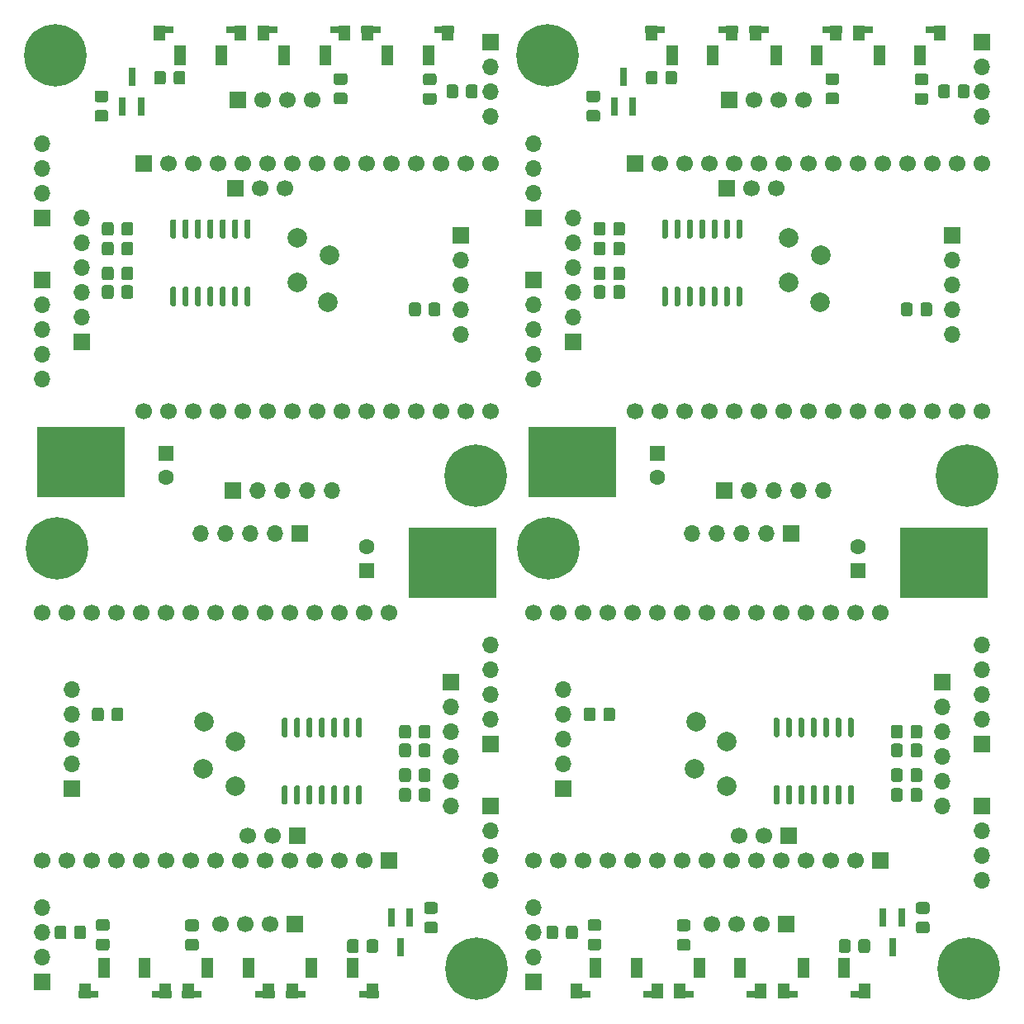
<source format=gbr>
G04 #@! TF.GenerationSoftware,KiCad,Pcbnew,5.1.9-1.fc33*
G04 #@! TF.CreationDate,2021-04-02T23:42:05+02:00*
G04 #@! TF.ProjectId,neOSensorv5_panelized,6e654f53-656e-4736-9f72-76355f70616e,rev?*
G04 #@! TF.SameCoordinates,Original*
G04 #@! TF.FileFunction,Soldermask,Bot*
G04 #@! TF.FilePolarity,Negative*
%FSLAX46Y46*%
G04 Gerber Fmt 4.6, Leading zero omitted, Abs format (unit mm)*
G04 Created by KiCad (PCBNEW 5.1.9-1.fc33) date 2021-04-02 23:42:05*
%MOMM*%
%LPD*%
G01*
G04 APERTURE LIST*
%ADD10C,0.100000*%
%ADD11R,1.200000X2.000000*%
%ADD12R,1.270000X1.524000*%
%ADD13R,2.000000X0.800000*%
%ADD14R,1.700000X1.700000*%
%ADD15O,1.700000X1.700000*%
%ADD16C,2.000000*%
%ADD17R,0.800000X1.900000*%
%ADD18C,1.700000*%
%ADD19R,1.600000X1.600000*%
%ADD20C,1.600000*%
%ADD21C,6.400000*%
G04 APERTURE END LIST*
D10*
G36*
X73660000Y-84074000D02*
G01*
X64770000Y-84074000D01*
X64770000Y-76962000D01*
X73660000Y-76962000D01*
X73660000Y-84074000D01*
G37*
X73660000Y-84074000D02*
X64770000Y-84074000D01*
X64770000Y-76962000D01*
X73660000Y-76962000D01*
X73660000Y-84074000D01*
G36*
X124079000Y-84074000D02*
G01*
X115189000Y-84074000D01*
X115189000Y-76962000D01*
X124079000Y-76962000D01*
X124079000Y-84074000D01*
G37*
X124079000Y-84074000D02*
X115189000Y-84074000D01*
X115189000Y-76962000D01*
X124079000Y-76962000D01*
X124079000Y-84074000D01*
G36*
X85979000Y-73787000D02*
G01*
X77089000Y-73787000D01*
X77089000Y-66675000D01*
X85979000Y-66675000D01*
X85979000Y-73787000D01*
G37*
X85979000Y-73787000D02*
X77089000Y-73787000D01*
X77089000Y-66675000D01*
X85979000Y-66675000D01*
X85979000Y-73787000D01*
G36*
X35560000Y-73787000D02*
G01*
X26670000Y-73787000D01*
X26670000Y-66675000D01*
X35560000Y-66675000D01*
X35560000Y-73787000D01*
G37*
X35560000Y-73787000D02*
X26670000Y-73787000D01*
X26670000Y-66675000D01*
X35560000Y-66675000D01*
X35560000Y-73787000D01*
G04 #@! TO.C,R13*
G36*
G01*
X67005000Y-101911999D02*
X67005000Y-102812001D01*
G75*
G02*
X66755001Y-103062000I-249999J0D01*
G01*
X66054999Y-103062000D01*
G75*
G02*
X65805000Y-102812001I0J249999D01*
G01*
X65805000Y-101911999D01*
G75*
G02*
X66054999Y-101662000I249999J0D01*
G01*
X66755001Y-101662000D01*
G75*
G02*
X67005000Y-101911999I0J-249999D01*
G01*
G37*
G36*
G01*
X65005000Y-101911999D02*
X65005000Y-102812001D01*
G75*
G02*
X64755001Y-103062000I-249999J0D01*
G01*
X64054999Y-103062000D01*
G75*
G02*
X63805000Y-102812001I0J249999D01*
G01*
X63805000Y-101911999D01*
G75*
G02*
X64054999Y-101662000I249999J0D01*
G01*
X64755001Y-101662000D01*
G75*
G02*
X65005000Y-101911999I0J-249999D01*
G01*
G37*
G04 #@! TD*
G04 #@! TO.C,R2*
G36*
G01*
X61655000Y-119437999D02*
X61655000Y-120338001D01*
G75*
G02*
X61405001Y-120588000I-249999J0D01*
G01*
X60704999Y-120588000D01*
G75*
G02*
X60455000Y-120338001I0J249999D01*
G01*
X60455000Y-119437999D01*
G75*
G02*
X60704999Y-119188000I249999J0D01*
G01*
X61405001Y-119188000D01*
G75*
G02*
X61655000Y-119437999I0J-249999D01*
G01*
G37*
G36*
G01*
X59655000Y-119437999D02*
X59655000Y-120338001D01*
G75*
G02*
X59405001Y-120588000I-249999J0D01*
G01*
X58704999Y-120588000D01*
G75*
G02*
X58455000Y-120338001I0J249999D01*
G01*
X58455000Y-119437999D01*
G75*
G02*
X58704999Y-119188000I249999J0D01*
G01*
X59405001Y-119188000D01*
G75*
G02*
X59655000Y-119437999I0J-249999D01*
G01*
G37*
G04 #@! TD*
D11*
G04 #@! TO.C,SW1*
X58996000Y-122155000D03*
X54796000Y-122155000D03*
D12*
X61087000Y-124460000D03*
D13*
X60706000Y-124841000D03*
D12*
X52832000Y-124460000D03*
D13*
X53213000Y-124841000D03*
G04 #@! TD*
D14*
G04 #@! TO.C,J4*
X53594000Y-77597000D03*
D15*
X51054000Y-77597000D03*
X48514000Y-77597000D03*
X45974000Y-77597000D03*
X43434000Y-77597000D03*
G04 #@! TD*
D14*
G04 #@! TO.C,J5*
X30226000Y-103759000D03*
D15*
X30226000Y-101219000D03*
X30226000Y-98679000D03*
X30226000Y-96139000D03*
X30226000Y-93599000D03*
G04 #@! TD*
D16*
G04 #@! TO.C,TP4*
X46990000Y-98933000D03*
G04 #@! TD*
G04 #@! TO.C,U5*
G36*
G01*
X51920000Y-96481500D02*
X52220000Y-96481500D01*
G75*
G02*
X52370000Y-96631500I0J-150000D01*
G01*
X52370000Y-98306500D01*
G75*
G02*
X52220000Y-98456500I-150000J0D01*
G01*
X51920000Y-98456500D01*
G75*
G02*
X51770000Y-98306500I0J150000D01*
G01*
X51770000Y-96631500D01*
G75*
G02*
X51920000Y-96481500I150000J0D01*
G01*
G37*
G36*
G01*
X53190000Y-96481500D02*
X53490000Y-96481500D01*
G75*
G02*
X53640000Y-96631500I0J-150000D01*
G01*
X53640000Y-98306500D01*
G75*
G02*
X53490000Y-98456500I-150000J0D01*
G01*
X53190000Y-98456500D01*
G75*
G02*
X53040000Y-98306500I0J150000D01*
G01*
X53040000Y-96631500D01*
G75*
G02*
X53190000Y-96481500I150000J0D01*
G01*
G37*
G36*
G01*
X54460000Y-96481500D02*
X54760000Y-96481500D01*
G75*
G02*
X54910000Y-96631500I0J-150000D01*
G01*
X54910000Y-98306500D01*
G75*
G02*
X54760000Y-98456500I-150000J0D01*
G01*
X54460000Y-98456500D01*
G75*
G02*
X54310000Y-98306500I0J150000D01*
G01*
X54310000Y-96631500D01*
G75*
G02*
X54460000Y-96481500I150000J0D01*
G01*
G37*
G36*
G01*
X55730000Y-96481500D02*
X56030000Y-96481500D01*
G75*
G02*
X56180000Y-96631500I0J-150000D01*
G01*
X56180000Y-98306500D01*
G75*
G02*
X56030000Y-98456500I-150000J0D01*
G01*
X55730000Y-98456500D01*
G75*
G02*
X55580000Y-98306500I0J150000D01*
G01*
X55580000Y-96631500D01*
G75*
G02*
X55730000Y-96481500I150000J0D01*
G01*
G37*
G36*
G01*
X57000000Y-96481500D02*
X57300000Y-96481500D01*
G75*
G02*
X57450000Y-96631500I0J-150000D01*
G01*
X57450000Y-98306500D01*
G75*
G02*
X57300000Y-98456500I-150000J0D01*
G01*
X57000000Y-98456500D01*
G75*
G02*
X56850000Y-98306500I0J150000D01*
G01*
X56850000Y-96631500D01*
G75*
G02*
X57000000Y-96481500I150000J0D01*
G01*
G37*
G36*
G01*
X58270000Y-96481500D02*
X58570000Y-96481500D01*
G75*
G02*
X58720000Y-96631500I0J-150000D01*
G01*
X58720000Y-98306500D01*
G75*
G02*
X58570000Y-98456500I-150000J0D01*
G01*
X58270000Y-98456500D01*
G75*
G02*
X58120000Y-98306500I0J150000D01*
G01*
X58120000Y-96631500D01*
G75*
G02*
X58270000Y-96481500I150000J0D01*
G01*
G37*
G36*
G01*
X59540000Y-96481500D02*
X59840000Y-96481500D01*
G75*
G02*
X59990000Y-96631500I0J-150000D01*
G01*
X59990000Y-98306500D01*
G75*
G02*
X59840000Y-98456500I-150000J0D01*
G01*
X59540000Y-98456500D01*
G75*
G02*
X59390000Y-98306500I0J150000D01*
G01*
X59390000Y-96631500D01*
G75*
G02*
X59540000Y-96481500I150000J0D01*
G01*
G37*
G36*
G01*
X59540000Y-103406500D02*
X59840000Y-103406500D01*
G75*
G02*
X59990000Y-103556500I0J-150000D01*
G01*
X59990000Y-105231500D01*
G75*
G02*
X59840000Y-105381500I-150000J0D01*
G01*
X59540000Y-105381500D01*
G75*
G02*
X59390000Y-105231500I0J150000D01*
G01*
X59390000Y-103556500D01*
G75*
G02*
X59540000Y-103406500I150000J0D01*
G01*
G37*
G36*
G01*
X58270000Y-103406500D02*
X58570000Y-103406500D01*
G75*
G02*
X58720000Y-103556500I0J-150000D01*
G01*
X58720000Y-105231500D01*
G75*
G02*
X58570000Y-105381500I-150000J0D01*
G01*
X58270000Y-105381500D01*
G75*
G02*
X58120000Y-105231500I0J150000D01*
G01*
X58120000Y-103556500D01*
G75*
G02*
X58270000Y-103406500I150000J0D01*
G01*
G37*
G36*
G01*
X57000000Y-103406500D02*
X57300000Y-103406500D01*
G75*
G02*
X57450000Y-103556500I0J-150000D01*
G01*
X57450000Y-105231500D01*
G75*
G02*
X57300000Y-105381500I-150000J0D01*
G01*
X57000000Y-105381500D01*
G75*
G02*
X56850000Y-105231500I0J150000D01*
G01*
X56850000Y-103556500D01*
G75*
G02*
X57000000Y-103406500I150000J0D01*
G01*
G37*
G36*
G01*
X55730000Y-103406500D02*
X56030000Y-103406500D01*
G75*
G02*
X56180000Y-103556500I0J-150000D01*
G01*
X56180000Y-105231500D01*
G75*
G02*
X56030000Y-105381500I-150000J0D01*
G01*
X55730000Y-105381500D01*
G75*
G02*
X55580000Y-105231500I0J150000D01*
G01*
X55580000Y-103556500D01*
G75*
G02*
X55730000Y-103406500I150000J0D01*
G01*
G37*
G36*
G01*
X54460000Y-103406500D02*
X54760000Y-103406500D01*
G75*
G02*
X54910000Y-103556500I0J-150000D01*
G01*
X54910000Y-105231500D01*
G75*
G02*
X54760000Y-105381500I-150000J0D01*
G01*
X54460000Y-105381500D01*
G75*
G02*
X54310000Y-105231500I0J150000D01*
G01*
X54310000Y-103556500D01*
G75*
G02*
X54460000Y-103406500I150000J0D01*
G01*
G37*
G36*
G01*
X53190000Y-103406500D02*
X53490000Y-103406500D01*
G75*
G02*
X53640000Y-103556500I0J-150000D01*
G01*
X53640000Y-105231500D01*
G75*
G02*
X53490000Y-105381500I-150000J0D01*
G01*
X53190000Y-105381500D01*
G75*
G02*
X53040000Y-105231500I0J150000D01*
G01*
X53040000Y-103556500D01*
G75*
G02*
X53190000Y-103406500I150000J0D01*
G01*
G37*
G36*
G01*
X51920000Y-103406500D02*
X52220000Y-103406500D01*
G75*
G02*
X52370000Y-103556500I0J-150000D01*
G01*
X52370000Y-105231500D01*
G75*
G02*
X52220000Y-105381500I-150000J0D01*
G01*
X51920000Y-105381500D01*
G75*
G02*
X51770000Y-105231500I0J150000D01*
G01*
X51770000Y-103556500D01*
G75*
G02*
X51920000Y-103406500I150000J0D01*
G01*
G37*
G04 #@! TD*
D17*
G04 #@! TO.C,Q1*
X62992000Y-116967000D03*
X64892000Y-116967000D03*
X63942000Y-119967000D03*
G04 #@! TD*
D16*
G04 #@! TO.C,TP5*
X43688000Y-101727000D03*
G04 #@! TD*
D14*
G04 #@! TO.C,J6*
X69088000Y-92837000D03*
D15*
X69088000Y-95377000D03*
X69088000Y-97917000D03*
X69088000Y-100457000D03*
X69088000Y-102997000D03*
X69088000Y-105537000D03*
G04 #@! TD*
D14*
G04 #@! TO.C,J3*
X73152000Y-99187000D03*
D15*
X73152000Y-96647000D03*
X73152000Y-94107000D03*
X73152000Y-91567000D03*
X73152000Y-89027000D03*
G04 #@! TD*
G04 #@! TO.C,R5*
G36*
G01*
X32309000Y-96589001D02*
X32309000Y-95688999D01*
G75*
G02*
X32558999Y-95439000I249999J0D01*
G01*
X33259001Y-95439000D01*
G75*
G02*
X33509000Y-95688999I0J-249999D01*
G01*
X33509000Y-96589001D01*
G75*
G02*
X33259001Y-96839000I-249999J0D01*
G01*
X32558999Y-96839000D01*
G75*
G02*
X32309000Y-96589001I0J249999D01*
G01*
G37*
G36*
G01*
X34309000Y-96589001D02*
X34309000Y-95688999D01*
G75*
G02*
X34558999Y-95439000I249999J0D01*
G01*
X35259001Y-95439000D01*
G75*
G02*
X35509000Y-95688999I0J-249999D01*
G01*
X35509000Y-96589001D01*
G75*
G02*
X35259001Y-96839000I-249999J0D01*
G01*
X34558999Y-96839000D01*
G75*
G02*
X34309000Y-96589001I0J249999D01*
G01*
G37*
G04 #@! TD*
D16*
G04 #@! TO.C,TP6*
X46990000Y-103505000D03*
G04 #@! TD*
D14*
G04 #@! TO.C,U2*
X53086000Y-117602000D03*
D18*
X50546000Y-117602000D03*
X48006000Y-117602000D03*
X45466000Y-117602000D03*
G04 #@! TD*
G04 #@! TO.C,R1*
G36*
G01*
X67506001Y-118583000D02*
X66605999Y-118583000D01*
G75*
G02*
X66356000Y-118333001I0J249999D01*
G01*
X66356000Y-117632999D01*
G75*
G02*
X66605999Y-117383000I249999J0D01*
G01*
X67506001Y-117383000D01*
G75*
G02*
X67756000Y-117632999I0J-249999D01*
G01*
X67756000Y-118333001D01*
G75*
G02*
X67506001Y-118583000I-249999J0D01*
G01*
G37*
G36*
G01*
X67506001Y-116583000D02*
X66605999Y-116583000D01*
G75*
G02*
X66356000Y-116333001I0J249999D01*
G01*
X66356000Y-115632999D01*
G75*
G02*
X66605999Y-115383000I249999J0D01*
G01*
X67506001Y-115383000D01*
G75*
G02*
X67756000Y-115632999I0J-249999D01*
G01*
X67756000Y-116333001D01*
G75*
G02*
X67506001Y-116583000I-249999J0D01*
G01*
G37*
G04 #@! TD*
G04 #@! TO.C,R18*
G36*
G01*
X67005000Y-99371999D02*
X67005000Y-100272001D01*
G75*
G02*
X66755001Y-100522000I-249999J0D01*
G01*
X66054999Y-100522000D01*
G75*
G02*
X65805000Y-100272001I0J249999D01*
G01*
X65805000Y-99371999D01*
G75*
G02*
X66054999Y-99122000I249999J0D01*
G01*
X66755001Y-99122000D01*
G75*
G02*
X67005000Y-99371999I0J-249999D01*
G01*
G37*
G36*
G01*
X65005000Y-99371999D02*
X65005000Y-100272001D01*
G75*
G02*
X64755001Y-100522000I-249999J0D01*
G01*
X64054999Y-100522000D01*
G75*
G02*
X63805000Y-100272001I0J249999D01*
G01*
X63805000Y-99371999D01*
G75*
G02*
X64054999Y-99122000I249999J0D01*
G01*
X64755001Y-99122000D01*
G75*
G02*
X65005000Y-99371999I0J-249999D01*
G01*
G37*
G04 #@! TD*
D16*
G04 #@! TO.C,TP3*
X43815000Y-96901000D03*
G04 #@! TD*
D19*
G04 #@! TO.C,C2*
X60452000Y-81407000D03*
D20*
X60452000Y-78907000D03*
G04 #@! TD*
D14*
G04 #@! TO.C,J2*
X27178000Y-123571000D03*
D15*
X27178000Y-121031000D03*
X27178000Y-118491000D03*
X27178000Y-115951000D03*
G04 #@! TD*
D21*
G04 #@! TO.C,H2*
X28702000Y-79121000D03*
G04 #@! TD*
D14*
G04 #@! TO.C,U1*
X53340000Y-108585000D03*
D18*
X50800000Y-108585000D03*
X48260000Y-108585000D03*
G04 #@! TD*
G04 #@! TO.C,C5*
G36*
G01*
X32950999Y-117129000D02*
X33851001Y-117129000D01*
G75*
G02*
X34101000Y-117378999I0J-249999D01*
G01*
X34101000Y-118079001D01*
G75*
G02*
X33851001Y-118329000I-249999J0D01*
G01*
X32950999Y-118329000D01*
G75*
G02*
X32701000Y-118079001I0J249999D01*
G01*
X32701000Y-117378999D01*
G75*
G02*
X32950999Y-117129000I249999J0D01*
G01*
G37*
G36*
G01*
X32950999Y-119129000D02*
X33851001Y-119129000D01*
G75*
G02*
X34101000Y-119378999I0J-249999D01*
G01*
X34101000Y-120079001D01*
G75*
G02*
X33851001Y-120329000I-249999J0D01*
G01*
X32950999Y-120329000D01*
G75*
G02*
X32701000Y-120079001I0J249999D01*
G01*
X32701000Y-119378999D01*
G75*
G02*
X32950999Y-119129000I249999J0D01*
G01*
G37*
G04 #@! TD*
G04 #@! TO.C,R15*
G36*
G01*
X67005000Y-97466999D02*
X67005000Y-98367001D01*
G75*
G02*
X66755001Y-98617000I-249999J0D01*
G01*
X66054999Y-98617000D01*
G75*
G02*
X65805000Y-98367001I0J249999D01*
G01*
X65805000Y-97466999D01*
G75*
G02*
X66054999Y-97217000I249999J0D01*
G01*
X66755001Y-97217000D01*
G75*
G02*
X67005000Y-97466999I0J-249999D01*
G01*
G37*
G36*
G01*
X65005000Y-97466999D02*
X65005000Y-98367001D01*
G75*
G02*
X64755001Y-98617000I-249999J0D01*
G01*
X64054999Y-98617000D01*
G75*
G02*
X63805000Y-98367001I0J249999D01*
G01*
X63805000Y-97466999D01*
G75*
G02*
X64054999Y-97217000I249999J0D01*
G01*
X64755001Y-97217000D01*
G75*
G02*
X65005000Y-97466999I0J-249999D01*
G01*
G37*
G04 #@! TD*
D11*
G04 #@! TO.C,SW2*
X48328000Y-122155000D03*
X44128000Y-122155000D03*
D12*
X50419000Y-124460000D03*
D13*
X50038000Y-124841000D03*
D12*
X42164000Y-124460000D03*
D13*
X42545000Y-124841000D03*
G04 #@! TD*
D11*
G04 #@! TO.C,SW3*
X37719000Y-122155000D03*
X33519000Y-122155000D03*
D12*
X39810000Y-124460000D03*
D13*
X39429000Y-124841000D03*
D12*
X31555000Y-124460000D03*
D13*
X31936000Y-124841000D03*
G04 #@! TD*
G04 #@! TO.C,R14*
G36*
G01*
X67005000Y-103943999D02*
X67005000Y-104844001D01*
G75*
G02*
X66755001Y-105094000I-249999J0D01*
G01*
X66054999Y-105094000D01*
G75*
G02*
X65805000Y-104844001I0J249999D01*
G01*
X65805000Y-103943999D01*
G75*
G02*
X66054999Y-103694000I249999J0D01*
G01*
X66755001Y-103694000D01*
G75*
G02*
X67005000Y-103943999I0J-249999D01*
G01*
G37*
G36*
G01*
X65005000Y-103943999D02*
X65005000Y-104844001D01*
G75*
G02*
X64755001Y-105094000I-249999J0D01*
G01*
X64054999Y-105094000D01*
G75*
G02*
X63805000Y-104844001I0J249999D01*
G01*
X63805000Y-103943999D01*
G75*
G02*
X64054999Y-103694000I249999J0D01*
G01*
X64755001Y-103694000D01*
G75*
G02*
X65005000Y-103943999I0J-249999D01*
G01*
G37*
G04 #@! TD*
G04 #@! TO.C,R7*
G36*
G01*
X42995001Y-120361000D02*
X42094999Y-120361000D01*
G75*
G02*
X41845000Y-120111001I0J249999D01*
G01*
X41845000Y-119410999D01*
G75*
G02*
X42094999Y-119161000I249999J0D01*
G01*
X42995001Y-119161000D01*
G75*
G02*
X43245000Y-119410999I0J-249999D01*
G01*
X43245000Y-120111001D01*
G75*
G02*
X42995001Y-120361000I-249999J0D01*
G01*
G37*
G36*
G01*
X42995001Y-118361000D02*
X42094999Y-118361000D01*
G75*
G02*
X41845000Y-118111001I0J249999D01*
G01*
X41845000Y-117410999D01*
G75*
G02*
X42094999Y-117161000I249999J0D01*
G01*
X42995001Y-117161000D01*
G75*
G02*
X43245000Y-117410999I0J-249999D01*
G01*
X43245000Y-118111001D01*
G75*
G02*
X42995001Y-118361000I-249999J0D01*
G01*
G37*
G04 #@! TD*
D14*
G04 #@! TO.C,J1*
X73152000Y-105537000D03*
D15*
X73152000Y-108077000D03*
X73152000Y-110617000D03*
X73152000Y-113157000D03*
G04 #@! TD*
D14*
G04 #@! TO.C,U3*
X62738000Y-111125000D03*
D18*
X60198000Y-111125000D03*
X57658000Y-111125000D03*
X55118000Y-111125000D03*
X52578000Y-111125000D03*
X50038000Y-111125000D03*
X47498000Y-111125000D03*
X44958000Y-111125000D03*
X42418000Y-111125000D03*
X39878000Y-111125000D03*
X37338000Y-111125000D03*
X34798000Y-111125000D03*
X32258000Y-111125000D03*
X29718000Y-111125000D03*
X27178000Y-111125000D03*
X27178000Y-85725000D03*
X29718000Y-85725000D03*
X32258000Y-85725000D03*
X34798000Y-85725000D03*
X37338000Y-85725000D03*
X39878000Y-85725000D03*
X42418000Y-85725000D03*
X44958000Y-85725000D03*
X47498000Y-85725000D03*
X50038000Y-85725000D03*
X52578000Y-85725000D03*
X55118000Y-85725000D03*
X57658000Y-85725000D03*
X60198000Y-85725000D03*
X62738000Y-85725000D03*
G04 #@! TD*
G04 #@! TO.C,R4*
G36*
G01*
X28483000Y-118941001D02*
X28483000Y-118040999D01*
G75*
G02*
X28732999Y-117791000I249999J0D01*
G01*
X29433001Y-117791000D01*
G75*
G02*
X29683000Y-118040999I0J-249999D01*
G01*
X29683000Y-118941001D01*
G75*
G02*
X29433001Y-119191000I-249999J0D01*
G01*
X28732999Y-119191000D01*
G75*
G02*
X28483000Y-118941001I0J249999D01*
G01*
G37*
G36*
G01*
X30483000Y-118941001D02*
X30483000Y-118040999D01*
G75*
G02*
X30732999Y-117791000I249999J0D01*
G01*
X31433001Y-117791000D01*
G75*
G02*
X31683000Y-118040999I0J-249999D01*
G01*
X31683000Y-118941001D01*
G75*
G02*
X31433001Y-119191000I-249999J0D01*
G01*
X30732999Y-119191000D01*
G75*
G02*
X30483000Y-118941001I0J249999D01*
G01*
G37*
G04 #@! TD*
D21*
G04 #@! TO.C,H1*
X71755000Y-122174000D03*
G04 #@! TD*
D18*
G04 #@! TO.C,U1*
X98679000Y-108585000D03*
X101219000Y-108585000D03*
D14*
X103759000Y-108585000D03*
G04 #@! TD*
G04 #@! TO.C,C5*
G36*
G01*
X83369999Y-119129000D02*
X84270001Y-119129000D01*
G75*
G02*
X84520000Y-119378999I0J-249999D01*
G01*
X84520000Y-120079001D01*
G75*
G02*
X84270001Y-120329000I-249999J0D01*
G01*
X83369999Y-120329000D01*
G75*
G02*
X83120000Y-120079001I0J249999D01*
G01*
X83120000Y-119378999D01*
G75*
G02*
X83369999Y-119129000I249999J0D01*
G01*
G37*
G36*
G01*
X83369999Y-117129000D02*
X84270001Y-117129000D01*
G75*
G02*
X84520000Y-117378999I0J-249999D01*
G01*
X84520000Y-118079001D01*
G75*
G02*
X84270001Y-118329000I-249999J0D01*
G01*
X83369999Y-118329000D01*
G75*
G02*
X83120000Y-118079001I0J249999D01*
G01*
X83120000Y-117378999D01*
G75*
G02*
X83369999Y-117129000I249999J0D01*
G01*
G37*
G04 #@! TD*
G04 #@! TO.C,U5*
G36*
G01*
X102339000Y-103406500D02*
X102639000Y-103406500D01*
G75*
G02*
X102789000Y-103556500I0J-150000D01*
G01*
X102789000Y-105231500D01*
G75*
G02*
X102639000Y-105381500I-150000J0D01*
G01*
X102339000Y-105381500D01*
G75*
G02*
X102189000Y-105231500I0J150000D01*
G01*
X102189000Y-103556500D01*
G75*
G02*
X102339000Y-103406500I150000J0D01*
G01*
G37*
G36*
G01*
X103609000Y-103406500D02*
X103909000Y-103406500D01*
G75*
G02*
X104059000Y-103556500I0J-150000D01*
G01*
X104059000Y-105231500D01*
G75*
G02*
X103909000Y-105381500I-150000J0D01*
G01*
X103609000Y-105381500D01*
G75*
G02*
X103459000Y-105231500I0J150000D01*
G01*
X103459000Y-103556500D01*
G75*
G02*
X103609000Y-103406500I150000J0D01*
G01*
G37*
G36*
G01*
X104879000Y-103406500D02*
X105179000Y-103406500D01*
G75*
G02*
X105329000Y-103556500I0J-150000D01*
G01*
X105329000Y-105231500D01*
G75*
G02*
X105179000Y-105381500I-150000J0D01*
G01*
X104879000Y-105381500D01*
G75*
G02*
X104729000Y-105231500I0J150000D01*
G01*
X104729000Y-103556500D01*
G75*
G02*
X104879000Y-103406500I150000J0D01*
G01*
G37*
G36*
G01*
X106149000Y-103406500D02*
X106449000Y-103406500D01*
G75*
G02*
X106599000Y-103556500I0J-150000D01*
G01*
X106599000Y-105231500D01*
G75*
G02*
X106449000Y-105381500I-150000J0D01*
G01*
X106149000Y-105381500D01*
G75*
G02*
X105999000Y-105231500I0J150000D01*
G01*
X105999000Y-103556500D01*
G75*
G02*
X106149000Y-103406500I150000J0D01*
G01*
G37*
G36*
G01*
X107419000Y-103406500D02*
X107719000Y-103406500D01*
G75*
G02*
X107869000Y-103556500I0J-150000D01*
G01*
X107869000Y-105231500D01*
G75*
G02*
X107719000Y-105381500I-150000J0D01*
G01*
X107419000Y-105381500D01*
G75*
G02*
X107269000Y-105231500I0J150000D01*
G01*
X107269000Y-103556500D01*
G75*
G02*
X107419000Y-103406500I150000J0D01*
G01*
G37*
G36*
G01*
X108689000Y-103406500D02*
X108989000Y-103406500D01*
G75*
G02*
X109139000Y-103556500I0J-150000D01*
G01*
X109139000Y-105231500D01*
G75*
G02*
X108989000Y-105381500I-150000J0D01*
G01*
X108689000Y-105381500D01*
G75*
G02*
X108539000Y-105231500I0J150000D01*
G01*
X108539000Y-103556500D01*
G75*
G02*
X108689000Y-103406500I150000J0D01*
G01*
G37*
G36*
G01*
X109959000Y-103406500D02*
X110259000Y-103406500D01*
G75*
G02*
X110409000Y-103556500I0J-150000D01*
G01*
X110409000Y-105231500D01*
G75*
G02*
X110259000Y-105381500I-150000J0D01*
G01*
X109959000Y-105381500D01*
G75*
G02*
X109809000Y-105231500I0J150000D01*
G01*
X109809000Y-103556500D01*
G75*
G02*
X109959000Y-103406500I150000J0D01*
G01*
G37*
G36*
G01*
X109959000Y-96481500D02*
X110259000Y-96481500D01*
G75*
G02*
X110409000Y-96631500I0J-150000D01*
G01*
X110409000Y-98306500D01*
G75*
G02*
X110259000Y-98456500I-150000J0D01*
G01*
X109959000Y-98456500D01*
G75*
G02*
X109809000Y-98306500I0J150000D01*
G01*
X109809000Y-96631500D01*
G75*
G02*
X109959000Y-96481500I150000J0D01*
G01*
G37*
G36*
G01*
X108689000Y-96481500D02*
X108989000Y-96481500D01*
G75*
G02*
X109139000Y-96631500I0J-150000D01*
G01*
X109139000Y-98306500D01*
G75*
G02*
X108989000Y-98456500I-150000J0D01*
G01*
X108689000Y-98456500D01*
G75*
G02*
X108539000Y-98306500I0J150000D01*
G01*
X108539000Y-96631500D01*
G75*
G02*
X108689000Y-96481500I150000J0D01*
G01*
G37*
G36*
G01*
X107419000Y-96481500D02*
X107719000Y-96481500D01*
G75*
G02*
X107869000Y-96631500I0J-150000D01*
G01*
X107869000Y-98306500D01*
G75*
G02*
X107719000Y-98456500I-150000J0D01*
G01*
X107419000Y-98456500D01*
G75*
G02*
X107269000Y-98306500I0J150000D01*
G01*
X107269000Y-96631500D01*
G75*
G02*
X107419000Y-96481500I150000J0D01*
G01*
G37*
G36*
G01*
X106149000Y-96481500D02*
X106449000Y-96481500D01*
G75*
G02*
X106599000Y-96631500I0J-150000D01*
G01*
X106599000Y-98306500D01*
G75*
G02*
X106449000Y-98456500I-150000J0D01*
G01*
X106149000Y-98456500D01*
G75*
G02*
X105999000Y-98306500I0J150000D01*
G01*
X105999000Y-96631500D01*
G75*
G02*
X106149000Y-96481500I150000J0D01*
G01*
G37*
G36*
G01*
X104879000Y-96481500D02*
X105179000Y-96481500D01*
G75*
G02*
X105329000Y-96631500I0J-150000D01*
G01*
X105329000Y-98306500D01*
G75*
G02*
X105179000Y-98456500I-150000J0D01*
G01*
X104879000Y-98456500D01*
G75*
G02*
X104729000Y-98306500I0J150000D01*
G01*
X104729000Y-96631500D01*
G75*
G02*
X104879000Y-96481500I150000J0D01*
G01*
G37*
G36*
G01*
X103609000Y-96481500D02*
X103909000Y-96481500D01*
G75*
G02*
X104059000Y-96631500I0J-150000D01*
G01*
X104059000Y-98306500D01*
G75*
G02*
X103909000Y-98456500I-150000J0D01*
G01*
X103609000Y-98456500D01*
G75*
G02*
X103459000Y-98306500I0J150000D01*
G01*
X103459000Y-96631500D01*
G75*
G02*
X103609000Y-96481500I150000J0D01*
G01*
G37*
G36*
G01*
X102339000Y-96481500D02*
X102639000Y-96481500D01*
G75*
G02*
X102789000Y-96631500I0J-150000D01*
G01*
X102789000Y-98306500D01*
G75*
G02*
X102639000Y-98456500I-150000J0D01*
G01*
X102339000Y-98456500D01*
G75*
G02*
X102189000Y-98306500I0J150000D01*
G01*
X102189000Y-96631500D01*
G75*
G02*
X102339000Y-96481500I150000J0D01*
G01*
G37*
G04 #@! TD*
D17*
G04 #@! TO.C,Q1*
X114361000Y-119967000D03*
X115311000Y-116967000D03*
X113411000Y-116967000D03*
G04 #@! TD*
D16*
G04 #@! TO.C,TP5*
X94107000Y-101727000D03*
G04 #@! TD*
G04 #@! TO.C,R5*
G36*
G01*
X84728000Y-96589001D02*
X84728000Y-95688999D01*
G75*
G02*
X84977999Y-95439000I249999J0D01*
G01*
X85678001Y-95439000D01*
G75*
G02*
X85928000Y-95688999I0J-249999D01*
G01*
X85928000Y-96589001D01*
G75*
G02*
X85678001Y-96839000I-249999J0D01*
G01*
X84977999Y-96839000D01*
G75*
G02*
X84728000Y-96589001I0J249999D01*
G01*
G37*
G36*
G01*
X82728000Y-96589001D02*
X82728000Y-95688999D01*
G75*
G02*
X82977999Y-95439000I249999J0D01*
G01*
X83678001Y-95439000D01*
G75*
G02*
X83928000Y-95688999I0J-249999D01*
G01*
X83928000Y-96589001D01*
G75*
G02*
X83678001Y-96839000I-249999J0D01*
G01*
X82977999Y-96839000D01*
G75*
G02*
X82728000Y-96589001I0J249999D01*
G01*
G37*
G04 #@! TD*
D15*
G04 #@! TO.C,J6*
X119507000Y-105537000D03*
X119507000Y-102997000D03*
X119507000Y-100457000D03*
X119507000Y-97917000D03*
X119507000Y-95377000D03*
D14*
X119507000Y-92837000D03*
G04 #@! TD*
D15*
G04 #@! TO.C,J3*
X123571000Y-89027000D03*
X123571000Y-91567000D03*
X123571000Y-94107000D03*
X123571000Y-96647000D03*
D14*
X123571000Y-99187000D03*
G04 #@! TD*
D13*
G04 #@! TO.C,SW2*
X92964000Y-124841000D03*
D12*
X92583000Y-124460000D03*
D13*
X100457000Y-124841000D03*
D12*
X100838000Y-124460000D03*
D11*
X94547000Y-122155000D03*
X98747000Y-122155000D03*
G04 #@! TD*
G04 #@! TO.C,R2*
G36*
G01*
X110074000Y-119437999D02*
X110074000Y-120338001D01*
G75*
G02*
X109824001Y-120588000I-249999J0D01*
G01*
X109123999Y-120588000D01*
G75*
G02*
X108874000Y-120338001I0J249999D01*
G01*
X108874000Y-119437999D01*
G75*
G02*
X109123999Y-119188000I249999J0D01*
G01*
X109824001Y-119188000D01*
G75*
G02*
X110074000Y-119437999I0J-249999D01*
G01*
G37*
G36*
G01*
X112074000Y-119437999D02*
X112074000Y-120338001D01*
G75*
G02*
X111824001Y-120588000I-249999J0D01*
G01*
X111123999Y-120588000D01*
G75*
G02*
X110874000Y-120338001I0J249999D01*
G01*
X110874000Y-119437999D01*
G75*
G02*
X111123999Y-119188000I249999J0D01*
G01*
X111824001Y-119188000D01*
G75*
G02*
X112074000Y-119437999I0J-249999D01*
G01*
G37*
G04 #@! TD*
D16*
G04 #@! TO.C,TP3*
X94234000Y-96901000D03*
G04 #@! TD*
G04 #@! TO.C,R7*
G36*
G01*
X93414001Y-118361000D02*
X92513999Y-118361000D01*
G75*
G02*
X92264000Y-118111001I0J249999D01*
G01*
X92264000Y-117410999D01*
G75*
G02*
X92513999Y-117161000I249999J0D01*
G01*
X93414001Y-117161000D01*
G75*
G02*
X93664000Y-117410999I0J-249999D01*
G01*
X93664000Y-118111001D01*
G75*
G02*
X93414001Y-118361000I-249999J0D01*
G01*
G37*
G36*
G01*
X93414001Y-120361000D02*
X92513999Y-120361000D01*
G75*
G02*
X92264000Y-120111001I0J249999D01*
G01*
X92264000Y-119410999D01*
G75*
G02*
X92513999Y-119161000I249999J0D01*
G01*
X93414001Y-119161000D01*
G75*
G02*
X93664000Y-119410999I0J-249999D01*
G01*
X93664000Y-120111001D01*
G75*
G02*
X93414001Y-120361000I-249999J0D01*
G01*
G37*
G04 #@! TD*
D13*
G04 #@! TO.C,SW3*
X82355000Y-124841000D03*
D12*
X81974000Y-124460000D03*
D13*
X89848000Y-124841000D03*
D12*
X90229000Y-124460000D03*
D11*
X83938000Y-122155000D03*
X88138000Y-122155000D03*
G04 #@! TD*
G04 #@! TO.C,R15*
G36*
G01*
X115424000Y-97466999D02*
X115424000Y-98367001D01*
G75*
G02*
X115174001Y-98617000I-249999J0D01*
G01*
X114473999Y-98617000D01*
G75*
G02*
X114224000Y-98367001I0J249999D01*
G01*
X114224000Y-97466999D01*
G75*
G02*
X114473999Y-97217000I249999J0D01*
G01*
X115174001Y-97217000D01*
G75*
G02*
X115424000Y-97466999I0J-249999D01*
G01*
G37*
G36*
G01*
X117424000Y-97466999D02*
X117424000Y-98367001D01*
G75*
G02*
X117174001Y-98617000I-249999J0D01*
G01*
X116473999Y-98617000D01*
G75*
G02*
X116224000Y-98367001I0J249999D01*
G01*
X116224000Y-97466999D01*
G75*
G02*
X116473999Y-97217000I249999J0D01*
G01*
X117174001Y-97217000D01*
G75*
G02*
X117424000Y-97466999I0J-249999D01*
G01*
G37*
G04 #@! TD*
D16*
G04 #@! TO.C,TP6*
X97409000Y-103505000D03*
G04 #@! TD*
D13*
G04 #@! TO.C,SW1*
X103632000Y-124841000D03*
D12*
X103251000Y-124460000D03*
D13*
X111125000Y-124841000D03*
D12*
X111506000Y-124460000D03*
D11*
X105215000Y-122155000D03*
X109415000Y-122155000D03*
G04 #@! TD*
D15*
G04 #@! TO.C,J1*
X123571000Y-113157000D03*
X123571000Y-110617000D03*
X123571000Y-108077000D03*
D14*
X123571000Y-105537000D03*
G04 #@! TD*
D15*
G04 #@! TO.C,J2*
X77597000Y-115951000D03*
X77597000Y-118491000D03*
X77597000Y-121031000D03*
D14*
X77597000Y-123571000D03*
G04 #@! TD*
G04 #@! TO.C,R18*
G36*
G01*
X115424000Y-99371999D02*
X115424000Y-100272001D01*
G75*
G02*
X115174001Y-100522000I-249999J0D01*
G01*
X114473999Y-100522000D01*
G75*
G02*
X114224000Y-100272001I0J249999D01*
G01*
X114224000Y-99371999D01*
G75*
G02*
X114473999Y-99122000I249999J0D01*
G01*
X115174001Y-99122000D01*
G75*
G02*
X115424000Y-99371999I0J-249999D01*
G01*
G37*
G36*
G01*
X117424000Y-99371999D02*
X117424000Y-100272001D01*
G75*
G02*
X117174001Y-100522000I-249999J0D01*
G01*
X116473999Y-100522000D01*
G75*
G02*
X116224000Y-100272001I0J249999D01*
G01*
X116224000Y-99371999D01*
G75*
G02*
X116473999Y-99122000I249999J0D01*
G01*
X117174001Y-99122000D01*
G75*
G02*
X117424000Y-99371999I0J-249999D01*
G01*
G37*
G04 #@! TD*
D16*
G04 #@! TO.C,TP4*
X97409000Y-98933000D03*
G04 #@! TD*
G04 #@! TO.C,R4*
G36*
G01*
X80902000Y-118941001D02*
X80902000Y-118040999D01*
G75*
G02*
X81151999Y-117791000I249999J0D01*
G01*
X81852001Y-117791000D01*
G75*
G02*
X82102000Y-118040999I0J-249999D01*
G01*
X82102000Y-118941001D01*
G75*
G02*
X81852001Y-119191000I-249999J0D01*
G01*
X81151999Y-119191000D01*
G75*
G02*
X80902000Y-118941001I0J249999D01*
G01*
G37*
G36*
G01*
X78902000Y-118941001D02*
X78902000Y-118040999D01*
G75*
G02*
X79151999Y-117791000I249999J0D01*
G01*
X79852001Y-117791000D01*
G75*
G02*
X80102000Y-118040999I0J-249999D01*
G01*
X80102000Y-118941001D01*
G75*
G02*
X79852001Y-119191000I-249999J0D01*
G01*
X79151999Y-119191000D01*
G75*
G02*
X78902000Y-118941001I0J249999D01*
G01*
G37*
G04 #@! TD*
D20*
G04 #@! TO.C,C2*
X110871000Y-78907000D03*
D19*
X110871000Y-81407000D03*
G04 #@! TD*
D18*
G04 #@! TO.C,U2*
X95885000Y-117602000D03*
X98425000Y-117602000D03*
X100965000Y-117602000D03*
D14*
X103505000Y-117602000D03*
G04 #@! TD*
D15*
G04 #@! TO.C,J4*
X93853000Y-77597000D03*
X96393000Y-77597000D03*
X98933000Y-77597000D03*
X101473000Y-77597000D03*
D14*
X104013000Y-77597000D03*
G04 #@! TD*
G04 #@! TO.C,R1*
G36*
G01*
X117925001Y-116583000D02*
X117024999Y-116583000D01*
G75*
G02*
X116775000Y-116333001I0J249999D01*
G01*
X116775000Y-115632999D01*
G75*
G02*
X117024999Y-115383000I249999J0D01*
G01*
X117925001Y-115383000D01*
G75*
G02*
X118175000Y-115632999I0J-249999D01*
G01*
X118175000Y-116333001D01*
G75*
G02*
X117925001Y-116583000I-249999J0D01*
G01*
G37*
G36*
G01*
X117925001Y-118583000D02*
X117024999Y-118583000D01*
G75*
G02*
X116775000Y-118333001I0J249999D01*
G01*
X116775000Y-117632999D01*
G75*
G02*
X117024999Y-117383000I249999J0D01*
G01*
X117925001Y-117383000D01*
G75*
G02*
X118175000Y-117632999I0J-249999D01*
G01*
X118175000Y-118333001D01*
G75*
G02*
X117925001Y-118583000I-249999J0D01*
G01*
G37*
G04 #@! TD*
G04 #@! TO.C,R14*
G36*
G01*
X115424000Y-103943999D02*
X115424000Y-104844001D01*
G75*
G02*
X115174001Y-105094000I-249999J0D01*
G01*
X114473999Y-105094000D01*
G75*
G02*
X114224000Y-104844001I0J249999D01*
G01*
X114224000Y-103943999D01*
G75*
G02*
X114473999Y-103694000I249999J0D01*
G01*
X115174001Y-103694000D01*
G75*
G02*
X115424000Y-103943999I0J-249999D01*
G01*
G37*
G36*
G01*
X117424000Y-103943999D02*
X117424000Y-104844001D01*
G75*
G02*
X117174001Y-105094000I-249999J0D01*
G01*
X116473999Y-105094000D01*
G75*
G02*
X116224000Y-104844001I0J249999D01*
G01*
X116224000Y-103943999D01*
G75*
G02*
X116473999Y-103694000I249999J0D01*
G01*
X117174001Y-103694000D01*
G75*
G02*
X117424000Y-103943999I0J-249999D01*
G01*
G37*
G04 #@! TD*
D15*
G04 #@! TO.C,J5*
X80645000Y-93599000D03*
X80645000Y-96139000D03*
X80645000Y-98679000D03*
X80645000Y-101219000D03*
D14*
X80645000Y-103759000D03*
G04 #@! TD*
G04 #@! TO.C,R13*
G36*
G01*
X115424000Y-101911999D02*
X115424000Y-102812001D01*
G75*
G02*
X115174001Y-103062000I-249999J0D01*
G01*
X114473999Y-103062000D01*
G75*
G02*
X114224000Y-102812001I0J249999D01*
G01*
X114224000Y-101911999D01*
G75*
G02*
X114473999Y-101662000I249999J0D01*
G01*
X115174001Y-101662000D01*
G75*
G02*
X115424000Y-101911999I0J-249999D01*
G01*
G37*
G36*
G01*
X117424000Y-101911999D02*
X117424000Y-102812001D01*
G75*
G02*
X117174001Y-103062000I-249999J0D01*
G01*
X116473999Y-103062000D01*
G75*
G02*
X116224000Y-102812001I0J249999D01*
G01*
X116224000Y-101911999D01*
G75*
G02*
X116473999Y-101662000I249999J0D01*
G01*
X117174001Y-101662000D01*
G75*
G02*
X117424000Y-101911999I0J-249999D01*
G01*
G37*
G04 #@! TD*
D21*
G04 #@! TO.C,H2*
X79121000Y-79121000D03*
G04 #@! TD*
G04 #@! TO.C,H1*
X122174000Y-122174000D03*
G04 #@! TD*
D18*
G04 #@! TO.C,U3*
X113157000Y-85725000D03*
X110617000Y-85725000D03*
X108077000Y-85725000D03*
X105537000Y-85725000D03*
X102997000Y-85725000D03*
X100457000Y-85725000D03*
X97917000Y-85725000D03*
X95377000Y-85725000D03*
X92837000Y-85725000D03*
X90297000Y-85725000D03*
X87757000Y-85725000D03*
X85217000Y-85725000D03*
X82677000Y-85725000D03*
X80137000Y-85725000D03*
X77597000Y-85725000D03*
X77597000Y-111125000D03*
X80137000Y-111125000D03*
X82677000Y-111125000D03*
X85217000Y-111125000D03*
X87757000Y-111125000D03*
X90297000Y-111125000D03*
X92837000Y-111125000D03*
X95377000Y-111125000D03*
X97917000Y-111125000D03*
X100457000Y-111125000D03*
X102997000Y-111125000D03*
X105537000Y-111125000D03*
X108077000Y-111125000D03*
X110617000Y-111125000D03*
D14*
X113157000Y-111125000D03*
G04 #@! TD*
D11*
G04 #@! TO.C,SW2*
X102421000Y-28594000D03*
X106621000Y-28594000D03*
D12*
X100330000Y-26289000D03*
D13*
X100711000Y-25908000D03*
D12*
X108585000Y-26289000D03*
D13*
X108204000Y-25908000D03*
G04 #@! TD*
D14*
G04 #@! TO.C,J6*
X81661000Y-57912000D03*
D15*
X81661000Y-55372000D03*
X81661000Y-52832000D03*
X81661000Y-50292000D03*
X81661000Y-47752000D03*
X81661000Y-45212000D03*
G04 #@! TD*
D16*
G04 #@! TO.C,TP3*
X106934000Y-53848000D03*
G04 #@! TD*
D11*
G04 #@! TO.C,SW1*
X91753000Y-28594000D03*
X95953000Y-28594000D03*
D12*
X89662000Y-26289000D03*
D13*
X90043000Y-25908000D03*
D12*
X97917000Y-26289000D03*
D13*
X97536000Y-25908000D03*
G04 #@! TD*
G04 #@! TO.C,R18*
G36*
G01*
X83744000Y-51377001D02*
X83744000Y-50476999D01*
G75*
G02*
X83993999Y-50227000I249999J0D01*
G01*
X84694001Y-50227000D01*
G75*
G02*
X84944000Y-50476999I0J-249999D01*
G01*
X84944000Y-51377001D01*
G75*
G02*
X84694001Y-51627000I-249999J0D01*
G01*
X83993999Y-51627000D01*
G75*
G02*
X83744000Y-51377001I0J249999D01*
G01*
G37*
G36*
G01*
X85744000Y-51377001D02*
X85744000Y-50476999D01*
G75*
G02*
X85993999Y-50227000I249999J0D01*
G01*
X86694001Y-50227000D01*
G75*
G02*
X86944000Y-50476999I0J-249999D01*
G01*
X86944000Y-51377001D01*
G75*
G02*
X86694001Y-51627000I-249999J0D01*
G01*
X85993999Y-51627000D01*
G75*
G02*
X85744000Y-51377001I0J249999D01*
G01*
G37*
G04 #@! TD*
G04 #@! TO.C,C5*
G36*
G01*
X117798001Y-33620000D02*
X116897999Y-33620000D01*
G75*
G02*
X116648000Y-33370001I0J249999D01*
G01*
X116648000Y-32669999D01*
G75*
G02*
X116897999Y-32420000I249999J0D01*
G01*
X117798001Y-32420000D01*
G75*
G02*
X118048000Y-32669999I0J-249999D01*
G01*
X118048000Y-33370001D01*
G75*
G02*
X117798001Y-33620000I-249999J0D01*
G01*
G37*
G36*
G01*
X117798001Y-31620000D02*
X116897999Y-31620000D01*
G75*
G02*
X116648000Y-31370001I0J249999D01*
G01*
X116648000Y-30669999D01*
G75*
G02*
X116897999Y-30420000I249999J0D01*
G01*
X117798001Y-30420000D01*
G75*
G02*
X118048000Y-30669999I0J-249999D01*
G01*
X118048000Y-31370001D01*
G75*
G02*
X117798001Y-31620000I-249999J0D01*
G01*
G37*
G04 #@! TD*
D11*
G04 #@! TO.C,SW3*
X113030000Y-28594000D03*
X117230000Y-28594000D03*
D12*
X110939000Y-26289000D03*
D13*
X111320000Y-25908000D03*
D12*
X119194000Y-26289000D03*
D13*
X118813000Y-25908000D03*
G04 #@! TD*
G04 #@! TO.C,R14*
G36*
G01*
X83744000Y-46805001D02*
X83744000Y-45904999D01*
G75*
G02*
X83993999Y-45655000I249999J0D01*
G01*
X84694001Y-45655000D01*
G75*
G02*
X84944000Y-45904999I0J-249999D01*
G01*
X84944000Y-46805001D01*
G75*
G02*
X84694001Y-47055000I-249999J0D01*
G01*
X83993999Y-47055000D01*
G75*
G02*
X83744000Y-46805001I0J249999D01*
G01*
G37*
G36*
G01*
X85744000Y-46805001D02*
X85744000Y-45904999D01*
G75*
G02*
X85993999Y-45655000I249999J0D01*
G01*
X86694001Y-45655000D01*
G75*
G02*
X86944000Y-45904999I0J-249999D01*
G01*
X86944000Y-46805001D01*
G75*
G02*
X86694001Y-47055000I-249999J0D01*
G01*
X85993999Y-47055000D01*
G75*
G02*
X85744000Y-46805001I0J249999D01*
G01*
G37*
G04 #@! TD*
G04 #@! TO.C,R15*
G36*
G01*
X83744000Y-53282001D02*
X83744000Y-52381999D01*
G75*
G02*
X83993999Y-52132000I249999J0D01*
G01*
X84694001Y-52132000D01*
G75*
G02*
X84944000Y-52381999I0J-249999D01*
G01*
X84944000Y-53282001D01*
G75*
G02*
X84694001Y-53532000I-249999J0D01*
G01*
X83993999Y-53532000D01*
G75*
G02*
X83744000Y-53282001I0J249999D01*
G01*
G37*
G36*
G01*
X85744000Y-53282001D02*
X85744000Y-52381999D01*
G75*
G02*
X85993999Y-52132000I249999J0D01*
G01*
X86694001Y-52132000D01*
G75*
G02*
X86944000Y-52381999I0J-249999D01*
G01*
X86944000Y-53282001D01*
G75*
G02*
X86694001Y-53532000I-249999J0D01*
G01*
X85993999Y-53532000D01*
G75*
G02*
X85744000Y-53282001I0J249999D01*
G01*
G37*
G04 #@! TD*
D17*
G04 #@! TO.C,Q1*
X87757000Y-33782000D03*
X85857000Y-33782000D03*
X86807000Y-30782000D03*
G04 #@! TD*
G04 #@! TO.C,R4*
G36*
G01*
X122266000Y-31807999D02*
X122266000Y-32708001D01*
G75*
G02*
X122016001Y-32958000I-249999J0D01*
G01*
X121315999Y-32958000D01*
G75*
G02*
X121066000Y-32708001I0J249999D01*
G01*
X121066000Y-31807999D01*
G75*
G02*
X121315999Y-31558000I249999J0D01*
G01*
X122016001Y-31558000D01*
G75*
G02*
X122266000Y-31807999I0J-249999D01*
G01*
G37*
G36*
G01*
X120266000Y-31807999D02*
X120266000Y-32708001D01*
G75*
G02*
X120016001Y-32958000I-249999J0D01*
G01*
X119315999Y-32958000D01*
G75*
G02*
X119066000Y-32708001I0J249999D01*
G01*
X119066000Y-31807999D01*
G75*
G02*
X119315999Y-31558000I249999J0D01*
G01*
X120016001Y-31558000D01*
G75*
G02*
X120266000Y-31807999I0J-249999D01*
G01*
G37*
G04 #@! TD*
D16*
G04 #@! TO.C,TP4*
X103759000Y-51816000D03*
G04 #@! TD*
G04 #@! TO.C,U5*
G36*
G01*
X98829000Y-54267500D02*
X98529000Y-54267500D01*
G75*
G02*
X98379000Y-54117500I0J150000D01*
G01*
X98379000Y-52442500D01*
G75*
G02*
X98529000Y-52292500I150000J0D01*
G01*
X98829000Y-52292500D01*
G75*
G02*
X98979000Y-52442500I0J-150000D01*
G01*
X98979000Y-54117500D01*
G75*
G02*
X98829000Y-54267500I-150000J0D01*
G01*
G37*
G36*
G01*
X97559000Y-54267500D02*
X97259000Y-54267500D01*
G75*
G02*
X97109000Y-54117500I0J150000D01*
G01*
X97109000Y-52442500D01*
G75*
G02*
X97259000Y-52292500I150000J0D01*
G01*
X97559000Y-52292500D01*
G75*
G02*
X97709000Y-52442500I0J-150000D01*
G01*
X97709000Y-54117500D01*
G75*
G02*
X97559000Y-54267500I-150000J0D01*
G01*
G37*
G36*
G01*
X96289000Y-54267500D02*
X95989000Y-54267500D01*
G75*
G02*
X95839000Y-54117500I0J150000D01*
G01*
X95839000Y-52442500D01*
G75*
G02*
X95989000Y-52292500I150000J0D01*
G01*
X96289000Y-52292500D01*
G75*
G02*
X96439000Y-52442500I0J-150000D01*
G01*
X96439000Y-54117500D01*
G75*
G02*
X96289000Y-54267500I-150000J0D01*
G01*
G37*
G36*
G01*
X95019000Y-54267500D02*
X94719000Y-54267500D01*
G75*
G02*
X94569000Y-54117500I0J150000D01*
G01*
X94569000Y-52442500D01*
G75*
G02*
X94719000Y-52292500I150000J0D01*
G01*
X95019000Y-52292500D01*
G75*
G02*
X95169000Y-52442500I0J-150000D01*
G01*
X95169000Y-54117500D01*
G75*
G02*
X95019000Y-54267500I-150000J0D01*
G01*
G37*
G36*
G01*
X93749000Y-54267500D02*
X93449000Y-54267500D01*
G75*
G02*
X93299000Y-54117500I0J150000D01*
G01*
X93299000Y-52442500D01*
G75*
G02*
X93449000Y-52292500I150000J0D01*
G01*
X93749000Y-52292500D01*
G75*
G02*
X93899000Y-52442500I0J-150000D01*
G01*
X93899000Y-54117500D01*
G75*
G02*
X93749000Y-54267500I-150000J0D01*
G01*
G37*
G36*
G01*
X92479000Y-54267500D02*
X92179000Y-54267500D01*
G75*
G02*
X92029000Y-54117500I0J150000D01*
G01*
X92029000Y-52442500D01*
G75*
G02*
X92179000Y-52292500I150000J0D01*
G01*
X92479000Y-52292500D01*
G75*
G02*
X92629000Y-52442500I0J-150000D01*
G01*
X92629000Y-54117500D01*
G75*
G02*
X92479000Y-54267500I-150000J0D01*
G01*
G37*
G36*
G01*
X91209000Y-54267500D02*
X90909000Y-54267500D01*
G75*
G02*
X90759000Y-54117500I0J150000D01*
G01*
X90759000Y-52442500D01*
G75*
G02*
X90909000Y-52292500I150000J0D01*
G01*
X91209000Y-52292500D01*
G75*
G02*
X91359000Y-52442500I0J-150000D01*
G01*
X91359000Y-54117500D01*
G75*
G02*
X91209000Y-54267500I-150000J0D01*
G01*
G37*
G36*
G01*
X91209000Y-47342500D02*
X90909000Y-47342500D01*
G75*
G02*
X90759000Y-47192500I0J150000D01*
G01*
X90759000Y-45517500D01*
G75*
G02*
X90909000Y-45367500I150000J0D01*
G01*
X91209000Y-45367500D01*
G75*
G02*
X91359000Y-45517500I0J-150000D01*
G01*
X91359000Y-47192500D01*
G75*
G02*
X91209000Y-47342500I-150000J0D01*
G01*
G37*
G36*
G01*
X92479000Y-47342500D02*
X92179000Y-47342500D01*
G75*
G02*
X92029000Y-47192500I0J150000D01*
G01*
X92029000Y-45517500D01*
G75*
G02*
X92179000Y-45367500I150000J0D01*
G01*
X92479000Y-45367500D01*
G75*
G02*
X92629000Y-45517500I0J-150000D01*
G01*
X92629000Y-47192500D01*
G75*
G02*
X92479000Y-47342500I-150000J0D01*
G01*
G37*
G36*
G01*
X93749000Y-47342500D02*
X93449000Y-47342500D01*
G75*
G02*
X93299000Y-47192500I0J150000D01*
G01*
X93299000Y-45517500D01*
G75*
G02*
X93449000Y-45367500I150000J0D01*
G01*
X93749000Y-45367500D01*
G75*
G02*
X93899000Y-45517500I0J-150000D01*
G01*
X93899000Y-47192500D01*
G75*
G02*
X93749000Y-47342500I-150000J0D01*
G01*
G37*
G36*
G01*
X95019000Y-47342500D02*
X94719000Y-47342500D01*
G75*
G02*
X94569000Y-47192500I0J150000D01*
G01*
X94569000Y-45517500D01*
G75*
G02*
X94719000Y-45367500I150000J0D01*
G01*
X95019000Y-45367500D01*
G75*
G02*
X95169000Y-45517500I0J-150000D01*
G01*
X95169000Y-47192500D01*
G75*
G02*
X95019000Y-47342500I-150000J0D01*
G01*
G37*
G36*
G01*
X96289000Y-47342500D02*
X95989000Y-47342500D01*
G75*
G02*
X95839000Y-47192500I0J150000D01*
G01*
X95839000Y-45517500D01*
G75*
G02*
X95989000Y-45367500I150000J0D01*
G01*
X96289000Y-45367500D01*
G75*
G02*
X96439000Y-45517500I0J-150000D01*
G01*
X96439000Y-47192500D01*
G75*
G02*
X96289000Y-47342500I-150000J0D01*
G01*
G37*
G36*
G01*
X97559000Y-47342500D02*
X97259000Y-47342500D01*
G75*
G02*
X97109000Y-47192500I0J150000D01*
G01*
X97109000Y-45517500D01*
G75*
G02*
X97259000Y-45367500I150000J0D01*
G01*
X97559000Y-45367500D01*
G75*
G02*
X97709000Y-45517500I0J-150000D01*
G01*
X97709000Y-47192500D01*
G75*
G02*
X97559000Y-47342500I-150000J0D01*
G01*
G37*
G36*
G01*
X98829000Y-47342500D02*
X98529000Y-47342500D01*
G75*
G02*
X98379000Y-47192500I0J150000D01*
G01*
X98379000Y-45517500D01*
G75*
G02*
X98529000Y-45367500I150000J0D01*
G01*
X98829000Y-45367500D01*
G75*
G02*
X98979000Y-45517500I0J-150000D01*
G01*
X98979000Y-47192500D01*
G75*
G02*
X98829000Y-47342500I-150000J0D01*
G01*
G37*
G04 #@! TD*
G04 #@! TO.C,R7*
G36*
G01*
X107753999Y-30388000D02*
X108654001Y-30388000D01*
G75*
G02*
X108904000Y-30637999I0J-249999D01*
G01*
X108904000Y-31338001D01*
G75*
G02*
X108654001Y-31588000I-249999J0D01*
G01*
X107753999Y-31588000D01*
G75*
G02*
X107504000Y-31338001I0J249999D01*
G01*
X107504000Y-30637999D01*
G75*
G02*
X107753999Y-30388000I249999J0D01*
G01*
G37*
G36*
G01*
X107753999Y-32388000D02*
X108654001Y-32388000D01*
G75*
G02*
X108904000Y-32637999I0J-249999D01*
G01*
X108904000Y-33338001D01*
G75*
G02*
X108654001Y-33588000I-249999J0D01*
G01*
X107753999Y-33588000D01*
G75*
G02*
X107504000Y-33338001I0J249999D01*
G01*
X107504000Y-32637999D01*
G75*
G02*
X107753999Y-32388000I249999J0D01*
G01*
G37*
G04 #@! TD*
G04 #@! TO.C,R13*
G36*
G01*
X83744000Y-48837001D02*
X83744000Y-47936999D01*
G75*
G02*
X83993999Y-47687000I249999J0D01*
G01*
X84694001Y-47687000D01*
G75*
G02*
X84944000Y-47936999I0J-249999D01*
G01*
X84944000Y-48837001D01*
G75*
G02*
X84694001Y-49087000I-249999J0D01*
G01*
X83993999Y-49087000D01*
G75*
G02*
X83744000Y-48837001I0J249999D01*
G01*
G37*
G36*
G01*
X85744000Y-48837001D02*
X85744000Y-47936999D01*
G75*
G02*
X85993999Y-47687000I249999J0D01*
G01*
X86694001Y-47687000D01*
G75*
G02*
X86944000Y-47936999I0J-249999D01*
G01*
X86944000Y-48837001D01*
G75*
G02*
X86694001Y-49087000I-249999J0D01*
G01*
X85993999Y-49087000D01*
G75*
G02*
X85744000Y-48837001I0J249999D01*
G01*
G37*
G04 #@! TD*
D14*
G04 #@! TO.C,U2*
X97663000Y-33147000D03*
D18*
X100203000Y-33147000D03*
X102743000Y-33147000D03*
X105283000Y-33147000D03*
G04 #@! TD*
D19*
G04 #@! TO.C,C2*
X90297000Y-69342000D03*
D20*
X90297000Y-71842000D03*
G04 #@! TD*
D16*
G04 #@! TO.C,TP6*
X103759000Y-47244000D03*
G04 #@! TD*
D14*
G04 #@! TO.C,U3*
X88011000Y-39624000D03*
D18*
X90551000Y-39624000D03*
X93091000Y-39624000D03*
X95631000Y-39624000D03*
X98171000Y-39624000D03*
X100711000Y-39624000D03*
X103251000Y-39624000D03*
X105791000Y-39624000D03*
X108331000Y-39624000D03*
X110871000Y-39624000D03*
X113411000Y-39624000D03*
X115951000Y-39624000D03*
X118491000Y-39624000D03*
X121031000Y-39624000D03*
X123571000Y-39624000D03*
X123571000Y-65024000D03*
X121031000Y-65024000D03*
X118491000Y-65024000D03*
X115951000Y-65024000D03*
X113411000Y-65024000D03*
X110871000Y-65024000D03*
X108331000Y-65024000D03*
X105791000Y-65024000D03*
X103251000Y-65024000D03*
X100711000Y-65024000D03*
X98171000Y-65024000D03*
X95631000Y-65024000D03*
X93091000Y-65024000D03*
X90551000Y-65024000D03*
X88011000Y-65024000D03*
G04 #@! TD*
D14*
G04 #@! TO.C,J1*
X77597000Y-45212000D03*
D15*
X77597000Y-42672000D03*
X77597000Y-40132000D03*
X77597000Y-37592000D03*
G04 #@! TD*
G04 #@! TO.C,R1*
G36*
G01*
X83242999Y-32166000D02*
X84143001Y-32166000D01*
G75*
G02*
X84393000Y-32415999I0J-249999D01*
G01*
X84393000Y-33116001D01*
G75*
G02*
X84143001Y-33366000I-249999J0D01*
G01*
X83242999Y-33366000D01*
G75*
G02*
X82993000Y-33116001I0J249999D01*
G01*
X82993000Y-32415999D01*
G75*
G02*
X83242999Y-32166000I249999J0D01*
G01*
G37*
G36*
G01*
X83242999Y-34166000D02*
X84143001Y-34166000D01*
G75*
G02*
X84393000Y-34415999I0J-249999D01*
G01*
X84393000Y-35116001D01*
G75*
G02*
X84143001Y-35366000I-249999J0D01*
G01*
X83242999Y-35366000D01*
G75*
G02*
X82993000Y-35116001I0J249999D01*
G01*
X82993000Y-34415999D01*
G75*
G02*
X83242999Y-34166000I249999J0D01*
G01*
G37*
G04 #@! TD*
D14*
G04 #@! TO.C,J3*
X77597000Y-51562000D03*
D15*
X77597000Y-54102000D03*
X77597000Y-56642000D03*
X77597000Y-59182000D03*
X77597000Y-61722000D03*
G04 #@! TD*
D14*
G04 #@! TO.C,J2*
X123571000Y-27178000D03*
D15*
X123571000Y-29718000D03*
X123571000Y-32258000D03*
X123571000Y-34798000D03*
G04 #@! TD*
D21*
G04 #@! TO.C,H2*
X122047000Y-71628000D03*
G04 #@! TD*
D14*
G04 #@! TO.C,J4*
X97155000Y-73152000D03*
D15*
X99695000Y-73152000D03*
X102235000Y-73152000D03*
X104775000Y-73152000D03*
X107315000Y-73152000D03*
G04 #@! TD*
D14*
G04 #@! TO.C,J5*
X120523000Y-46990000D03*
D15*
X120523000Y-49530000D03*
X120523000Y-52070000D03*
X120523000Y-54610000D03*
X120523000Y-57150000D03*
G04 #@! TD*
G04 #@! TO.C,R2*
G36*
G01*
X89094000Y-31311001D02*
X89094000Y-30410999D01*
G75*
G02*
X89343999Y-30161000I249999J0D01*
G01*
X90044001Y-30161000D01*
G75*
G02*
X90294000Y-30410999I0J-249999D01*
G01*
X90294000Y-31311001D01*
G75*
G02*
X90044001Y-31561000I-249999J0D01*
G01*
X89343999Y-31561000D01*
G75*
G02*
X89094000Y-31311001I0J249999D01*
G01*
G37*
G36*
G01*
X91094000Y-31311001D02*
X91094000Y-30410999D01*
G75*
G02*
X91343999Y-30161000I249999J0D01*
G01*
X92044001Y-30161000D01*
G75*
G02*
X92294000Y-30410999I0J-249999D01*
G01*
X92294000Y-31311001D01*
G75*
G02*
X92044001Y-31561000I-249999J0D01*
G01*
X91343999Y-31561000D01*
G75*
G02*
X91094000Y-31311001I0J249999D01*
G01*
G37*
G04 #@! TD*
D21*
G04 #@! TO.C,H1*
X78994000Y-28575000D03*
G04 #@! TD*
D16*
G04 #@! TO.C,TP5*
X107061000Y-49022000D03*
G04 #@! TD*
D14*
G04 #@! TO.C,U1*
X97409000Y-42164000D03*
D18*
X99949000Y-42164000D03*
X102489000Y-42164000D03*
G04 #@! TD*
G04 #@! TO.C,R5*
G36*
G01*
X118440000Y-54159999D02*
X118440000Y-55060001D01*
G75*
G02*
X118190001Y-55310000I-249999J0D01*
G01*
X117489999Y-55310000D01*
G75*
G02*
X117240000Y-55060001I0J249999D01*
G01*
X117240000Y-54159999D01*
G75*
G02*
X117489999Y-53910000I249999J0D01*
G01*
X118190001Y-53910000D01*
G75*
G02*
X118440000Y-54159999I0J-249999D01*
G01*
G37*
G36*
G01*
X116440000Y-54159999D02*
X116440000Y-55060001D01*
G75*
G02*
X116190001Y-55310000I-249999J0D01*
G01*
X115489999Y-55310000D01*
G75*
G02*
X115240000Y-55060001I0J249999D01*
G01*
X115240000Y-54159999D01*
G75*
G02*
X115489999Y-53910000I249999J0D01*
G01*
X116190001Y-53910000D01*
G75*
G02*
X116440000Y-54159999I0J-249999D01*
G01*
G37*
G04 #@! TD*
D20*
G04 #@! TO.C,C2*
X39878000Y-71842000D03*
D19*
X39878000Y-69342000D03*
G04 #@! TD*
D17*
G04 #@! TO.C,Q1*
X36388000Y-30782000D03*
X35438000Y-33782000D03*
X37338000Y-33782000D03*
G04 #@! TD*
D18*
G04 #@! TO.C,U1*
X52070000Y-42164000D03*
X49530000Y-42164000D03*
D14*
X46990000Y-42164000D03*
G04 #@! TD*
D18*
G04 #@! TO.C,U2*
X54864000Y-33147000D03*
X52324000Y-33147000D03*
X49784000Y-33147000D03*
D14*
X47244000Y-33147000D03*
G04 #@! TD*
D18*
G04 #@! TO.C,U3*
X37592000Y-65024000D03*
X40132000Y-65024000D03*
X42672000Y-65024000D03*
X45212000Y-65024000D03*
X47752000Y-65024000D03*
X50292000Y-65024000D03*
X52832000Y-65024000D03*
X55372000Y-65024000D03*
X57912000Y-65024000D03*
X60452000Y-65024000D03*
X62992000Y-65024000D03*
X65532000Y-65024000D03*
X68072000Y-65024000D03*
X70612000Y-65024000D03*
X73152000Y-65024000D03*
X73152000Y-39624000D03*
X70612000Y-39624000D03*
X68072000Y-39624000D03*
X65532000Y-39624000D03*
X62992000Y-39624000D03*
X60452000Y-39624000D03*
X57912000Y-39624000D03*
X55372000Y-39624000D03*
X52832000Y-39624000D03*
X50292000Y-39624000D03*
X47752000Y-39624000D03*
X45212000Y-39624000D03*
X42672000Y-39624000D03*
X40132000Y-39624000D03*
D14*
X37592000Y-39624000D03*
G04 #@! TD*
D15*
G04 #@! TO.C,J6*
X31242000Y-45212000D03*
X31242000Y-47752000D03*
X31242000Y-50292000D03*
X31242000Y-52832000D03*
X31242000Y-55372000D03*
D14*
X31242000Y-57912000D03*
G04 #@! TD*
G04 #@! TO.C,U5*
G36*
G01*
X48410000Y-47342500D02*
X48110000Y-47342500D01*
G75*
G02*
X47960000Y-47192500I0J150000D01*
G01*
X47960000Y-45517500D01*
G75*
G02*
X48110000Y-45367500I150000J0D01*
G01*
X48410000Y-45367500D01*
G75*
G02*
X48560000Y-45517500I0J-150000D01*
G01*
X48560000Y-47192500D01*
G75*
G02*
X48410000Y-47342500I-150000J0D01*
G01*
G37*
G36*
G01*
X47140000Y-47342500D02*
X46840000Y-47342500D01*
G75*
G02*
X46690000Y-47192500I0J150000D01*
G01*
X46690000Y-45517500D01*
G75*
G02*
X46840000Y-45367500I150000J0D01*
G01*
X47140000Y-45367500D01*
G75*
G02*
X47290000Y-45517500I0J-150000D01*
G01*
X47290000Y-47192500D01*
G75*
G02*
X47140000Y-47342500I-150000J0D01*
G01*
G37*
G36*
G01*
X45870000Y-47342500D02*
X45570000Y-47342500D01*
G75*
G02*
X45420000Y-47192500I0J150000D01*
G01*
X45420000Y-45517500D01*
G75*
G02*
X45570000Y-45367500I150000J0D01*
G01*
X45870000Y-45367500D01*
G75*
G02*
X46020000Y-45517500I0J-150000D01*
G01*
X46020000Y-47192500D01*
G75*
G02*
X45870000Y-47342500I-150000J0D01*
G01*
G37*
G36*
G01*
X44600000Y-47342500D02*
X44300000Y-47342500D01*
G75*
G02*
X44150000Y-47192500I0J150000D01*
G01*
X44150000Y-45517500D01*
G75*
G02*
X44300000Y-45367500I150000J0D01*
G01*
X44600000Y-45367500D01*
G75*
G02*
X44750000Y-45517500I0J-150000D01*
G01*
X44750000Y-47192500D01*
G75*
G02*
X44600000Y-47342500I-150000J0D01*
G01*
G37*
G36*
G01*
X43330000Y-47342500D02*
X43030000Y-47342500D01*
G75*
G02*
X42880000Y-47192500I0J150000D01*
G01*
X42880000Y-45517500D01*
G75*
G02*
X43030000Y-45367500I150000J0D01*
G01*
X43330000Y-45367500D01*
G75*
G02*
X43480000Y-45517500I0J-150000D01*
G01*
X43480000Y-47192500D01*
G75*
G02*
X43330000Y-47342500I-150000J0D01*
G01*
G37*
G36*
G01*
X42060000Y-47342500D02*
X41760000Y-47342500D01*
G75*
G02*
X41610000Y-47192500I0J150000D01*
G01*
X41610000Y-45517500D01*
G75*
G02*
X41760000Y-45367500I150000J0D01*
G01*
X42060000Y-45367500D01*
G75*
G02*
X42210000Y-45517500I0J-150000D01*
G01*
X42210000Y-47192500D01*
G75*
G02*
X42060000Y-47342500I-150000J0D01*
G01*
G37*
G36*
G01*
X40790000Y-47342500D02*
X40490000Y-47342500D01*
G75*
G02*
X40340000Y-47192500I0J150000D01*
G01*
X40340000Y-45517500D01*
G75*
G02*
X40490000Y-45367500I150000J0D01*
G01*
X40790000Y-45367500D01*
G75*
G02*
X40940000Y-45517500I0J-150000D01*
G01*
X40940000Y-47192500D01*
G75*
G02*
X40790000Y-47342500I-150000J0D01*
G01*
G37*
G36*
G01*
X40790000Y-54267500D02*
X40490000Y-54267500D01*
G75*
G02*
X40340000Y-54117500I0J150000D01*
G01*
X40340000Y-52442500D01*
G75*
G02*
X40490000Y-52292500I150000J0D01*
G01*
X40790000Y-52292500D01*
G75*
G02*
X40940000Y-52442500I0J-150000D01*
G01*
X40940000Y-54117500D01*
G75*
G02*
X40790000Y-54267500I-150000J0D01*
G01*
G37*
G36*
G01*
X42060000Y-54267500D02*
X41760000Y-54267500D01*
G75*
G02*
X41610000Y-54117500I0J150000D01*
G01*
X41610000Y-52442500D01*
G75*
G02*
X41760000Y-52292500I150000J0D01*
G01*
X42060000Y-52292500D01*
G75*
G02*
X42210000Y-52442500I0J-150000D01*
G01*
X42210000Y-54117500D01*
G75*
G02*
X42060000Y-54267500I-150000J0D01*
G01*
G37*
G36*
G01*
X43330000Y-54267500D02*
X43030000Y-54267500D01*
G75*
G02*
X42880000Y-54117500I0J150000D01*
G01*
X42880000Y-52442500D01*
G75*
G02*
X43030000Y-52292500I150000J0D01*
G01*
X43330000Y-52292500D01*
G75*
G02*
X43480000Y-52442500I0J-150000D01*
G01*
X43480000Y-54117500D01*
G75*
G02*
X43330000Y-54267500I-150000J0D01*
G01*
G37*
G36*
G01*
X44600000Y-54267500D02*
X44300000Y-54267500D01*
G75*
G02*
X44150000Y-54117500I0J150000D01*
G01*
X44150000Y-52442500D01*
G75*
G02*
X44300000Y-52292500I150000J0D01*
G01*
X44600000Y-52292500D01*
G75*
G02*
X44750000Y-52442500I0J-150000D01*
G01*
X44750000Y-54117500D01*
G75*
G02*
X44600000Y-54267500I-150000J0D01*
G01*
G37*
G36*
G01*
X45870000Y-54267500D02*
X45570000Y-54267500D01*
G75*
G02*
X45420000Y-54117500I0J150000D01*
G01*
X45420000Y-52442500D01*
G75*
G02*
X45570000Y-52292500I150000J0D01*
G01*
X45870000Y-52292500D01*
G75*
G02*
X46020000Y-52442500I0J-150000D01*
G01*
X46020000Y-54117500D01*
G75*
G02*
X45870000Y-54267500I-150000J0D01*
G01*
G37*
G36*
G01*
X47140000Y-54267500D02*
X46840000Y-54267500D01*
G75*
G02*
X46690000Y-54117500I0J150000D01*
G01*
X46690000Y-52442500D01*
G75*
G02*
X46840000Y-52292500I150000J0D01*
G01*
X47140000Y-52292500D01*
G75*
G02*
X47290000Y-52442500I0J-150000D01*
G01*
X47290000Y-54117500D01*
G75*
G02*
X47140000Y-54267500I-150000J0D01*
G01*
G37*
G36*
G01*
X48410000Y-54267500D02*
X48110000Y-54267500D01*
G75*
G02*
X47960000Y-54117500I0J150000D01*
G01*
X47960000Y-52442500D01*
G75*
G02*
X48110000Y-52292500I150000J0D01*
G01*
X48410000Y-52292500D01*
G75*
G02*
X48560000Y-52442500I0J-150000D01*
G01*
X48560000Y-54117500D01*
G75*
G02*
X48410000Y-54267500I-150000J0D01*
G01*
G37*
G04 #@! TD*
D16*
G04 #@! TO.C,TP6*
X53340000Y-47244000D03*
G04 #@! TD*
G04 #@! TO.C,TP5*
X56642000Y-49022000D03*
G04 #@! TD*
G04 #@! TO.C,TP4*
X53340000Y-51816000D03*
G04 #@! TD*
G04 #@! TO.C,TP3*
X56515000Y-53848000D03*
G04 #@! TD*
D13*
G04 #@! TO.C,SW3*
X68394000Y-25908000D03*
D12*
X68775000Y-26289000D03*
D13*
X60901000Y-25908000D03*
D12*
X60520000Y-26289000D03*
D11*
X66811000Y-28594000D03*
X62611000Y-28594000D03*
G04 #@! TD*
D13*
G04 #@! TO.C,SW2*
X57785000Y-25908000D03*
D12*
X58166000Y-26289000D03*
D13*
X50292000Y-25908000D03*
D12*
X49911000Y-26289000D03*
D11*
X56202000Y-28594000D03*
X52002000Y-28594000D03*
G04 #@! TD*
D13*
G04 #@! TO.C,SW1*
X47117000Y-25908000D03*
D12*
X47498000Y-26289000D03*
D13*
X39624000Y-25908000D03*
D12*
X39243000Y-26289000D03*
D11*
X45534000Y-28594000D03*
X41334000Y-28594000D03*
G04 #@! TD*
G04 #@! TO.C,R18*
G36*
G01*
X35325000Y-51377001D02*
X35325000Y-50476999D01*
G75*
G02*
X35574999Y-50227000I249999J0D01*
G01*
X36275001Y-50227000D01*
G75*
G02*
X36525000Y-50476999I0J-249999D01*
G01*
X36525000Y-51377001D01*
G75*
G02*
X36275001Y-51627000I-249999J0D01*
G01*
X35574999Y-51627000D01*
G75*
G02*
X35325000Y-51377001I0J249999D01*
G01*
G37*
G36*
G01*
X33325000Y-51377001D02*
X33325000Y-50476999D01*
G75*
G02*
X33574999Y-50227000I249999J0D01*
G01*
X34275001Y-50227000D01*
G75*
G02*
X34525000Y-50476999I0J-249999D01*
G01*
X34525000Y-51377001D01*
G75*
G02*
X34275001Y-51627000I-249999J0D01*
G01*
X33574999Y-51627000D01*
G75*
G02*
X33325000Y-51377001I0J249999D01*
G01*
G37*
G04 #@! TD*
G04 #@! TO.C,R15*
G36*
G01*
X35325000Y-53282001D02*
X35325000Y-52381999D01*
G75*
G02*
X35574999Y-52132000I249999J0D01*
G01*
X36275001Y-52132000D01*
G75*
G02*
X36525000Y-52381999I0J-249999D01*
G01*
X36525000Y-53282001D01*
G75*
G02*
X36275001Y-53532000I-249999J0D01*
G01*
X35574999Y-53532000D01*
G75*
G02*
X35325000Y-53282001I0J249999D01*
G01*
G37*
G36*
G01*
X33325000Y-53282001D02*
X33325000Y-52381999D01*
G75*
G02*
X33574999Y-52132000I249999J0D01*
G01*
X34275001Y-52132000D01*
G75*
G02*
X34525000Y-52381999I0J-249999D01*
G01*
X34525000Y-53282001D01*
G75*
G02*
X34275001Y-53532000I-249999J0D01*
G01*
X33574999Y-53532000D01*
G75*
G02*
X33325000Y-53282001I0J249999D01*
G01*
G37*
G04 #@! TD*
G04 #@! TO.C,R14*
G36*
G01*
X35325000Y-46805001D02*
X35325000Y-45904999D01*
G75*
G02*
X35574999Y-45655000I249999J0D01*
G01*
X36275001Y-45655000D01*
G75*
G02*
X36525000Y-45904999I0J-249999D01*
G01*
X36525000Y-46805001D01*
G75*
G02*
X36275001Y-47055000I-249999J0D01*
G01*
X35574999Y-47055000D01*
G75*
G02*
X35325000Y-46805001I0J249999D01*
G01*
G37*
G36*
G01*
X33325000Y-46805001D02*
X33325000Y-45904999D01*
G75*
G02*
X33574999Y-45655000I249999J0D01*
G01*
X34275001Y-45655000D01*
G75*
G02*
X34525000Y-45904999I0J-249999D01*
G01*
X34525000Y-46805001D01*
G75*
G02*
X34275001Y-47055000I-249999J0D01*
G01*
X33574999Y-47055000D01*
G75*
G02*
X33325000Y-46805001I0J249999D01*
G01*
G37*
G04 #@! TD*
G04 #@! TO.C,R13*
G36*
G01*
X35325000Y-48837001D02*
X35325000Y-47936999D01*
G75*
G02*
X35574999Y-47687000I249999J0D01*
G01*
X36275001Y-47687000D01*
G75*
G02*
X36525000Y-47936999I0J-249999D01*
G01*
X36525000Y-48837001D01*
G75*
G02*
X36275001Y-49087000I-249999J0D01*
G01*
X35574999Y-49087000D01*
G75*
G02*
X35325000Y-48837001I0J249999D01*
G01*
G37*
G36*
G01*
X33325000Y-48837001D02*
X33325000Y-47936999D01*
G75*
G02*
X33574999Y-47687000I249999J0D01*
G01*
X34275001Y-47687000D01*
G75*
G02*
X34525000Y-47936999I0J-249999D01*
G01*
X34525000Y-48837001D01*
G75*
G02*
X34275001Y-49087000I-249999J0D01*
G01*
X33574999Y-49087000D01*
G75*
G02*
X33325000Y-48837001I0J249999D01*
G01*
G37*
G04 #@! TD*
G04 #@! TO.C,R7*
G36*
G01*
X57334999Y-32388000D02*
X58235001Y-32388000D01*
G75*
G02*
X58485000Y-32637999I0J-249999D01*
G01*
X58485000Y-33338001D01*
G75*
G02*
X58235001Y-33588000I-249999J0D01*
G01*
X57334999Y-33588000D01*
G75*
G02*
X57085000Y-33338001I0J249999D01*
G01*
X57085000Y-32637999D01*
G75*
G02*
X57334999Y-32388000I249999J0D01*
G01*
G37*
G36*
G01*
X57334999Y-30388000D02*
X58235001Y-30388000D01*
G75*
G02*
X58485000Y-30637999I0J-249999D01*
G01*
X58485000Y-31338001D01*
G75*
G02*
X58235001Y-31588000I-249999J0D01*
G01*
X57334999Y-31588000D01*
G75*
G02*
X57085000Y-31338001I0J249999D01*
G01*
X57085000Y-30637999D01*
G75*
G02*
X57334999Y-30388000I249999J0D01*
G01*
G37*
G04 #@! TD*
G04 #@! TO.C,R5*
G36*
G01*
X66021000Y-54159999D02*
X66021000Y-55060001D01*
G75*
G02*
X65771001Y-55310000I-249999J0D01*
G01*
X65070999Y-55310000D01*
G75*
G02*
X64821000Y-55060001I0J249999D01*
G01*
X64821000Y-54159999D01*
G75*
G02*
X65070999Y-53910000I249999J0D01*
G01*
X65771001Y-53910000D01*
G75*
G02*
X66021000Y-54159999I0J-249999D01*
G01*
G37*
G36*
G01*
X68021000Y-54159999D02*
X68021000Y-55060001D01*
G75*
G02*
X67771001Y-55310000I-249999J0D01*
G01*
X67070999Y-55310000D01*
G75*
G02*
X66821000Y-55060001I0J249999D01*
G01*
X66821000Y-54159999D01*
G75*
G02*
X67070999Y-53910000I249999J0D01*
G01*
X67771001Y-53910000D01*
G75*
G02*
X68021000Y-54159999I0J-249999D01*
G01*
G37*
G04 #@! TD*
G04 #@! TO.C,R4*
G36*
G01*
X69847000Y-31807999D02*
X69847000Y-32708001D01*
G75*
G02*
X69597001Y-32958000I-249999J0D01*
G01*
X68896999Y-32958000D01*
G75*
G02*
X68647000Y-32708001I0J249999D01*
G01*
X68647000Y-31807999D01*
G75*
G02*
X68896999Y-31558000I249999J0D01*
G01*
X69597001Y-31558000D01*
G75*
G02*
X69847000Y-31807999I0J-249999D01*
G01*
G37*
G36*
G01*
X71847000Y-31807999D02*
X71847000Y-32708001D01*
G75*
G02*
X71597001Y-32958000I-249999J0D01*
G01*
X70896999Y-32958000D01*
G75*
G02*
X70647000Y-32708001I0J249999D01*
G01*
X70647000Y-31807999D01*
G75*
G02*
X70896999Y-31558000I249999J0D01*
G01*
X71597001Y-31558000D01*
G75*
G02*
X71847000Y-31807999I0J-249999D01*
G01*
G37*
G04 #@! TD*
G04 #@! TO.C,R2*
G36*
G01*
X40675000Y-31311001D02*
X40675000Y-30410999D01*
G75*
G02*
X40924999Y-30161000I249999J0D01*
G01*
X41625001Y-30161000D01*
G75*
G02*
X41875000Y-30410999I0J-249999D01*
G01*
X41875000Y-31311001D01*
G75*
G02*
X41625001Y-31561000I-249999J0D01*
G01*
X40924999Y-31561000D01*
G75*
G02*
X40675000Y-31311001I0J249999D01*
G01*
G37*
G36*
G01*
X38675000Y-31311001D02*
X38675000Y-30410999D01*
G75*
G02*
X38924999Y-30161000I249999J0D01*
G01*
X39625001Y-30161000D01*
G75*
G02*
X39875000Y-30410999I0J-249999D01*
G01*
X39875000Y-31311001D01*
G75*
G02*
X39625001Y-31561000I-249999J0D01*
G01*
X38924999Y-31561000D01*
G75*
G02*
X38675000Y-31311001I0J249999D01*
G01*
G37*
G04 #@! TD*
G04 #@! TO.C,R1*
G36*
G01*
X32823999Y-34166000D02*
X33724001Y-34166000D01*
G75*
G02*
X33974000Y-34415999I0J-249999D01*
G01*
X33974000Y-35116001D01*
G75*
G02*
X33724001Y-35366000I-249999J0D01*
G01*
X32823999Y-35366000D01*
G75*
G02*
X32574000Y-35116001I0J249999D01*
G01*
X32574000Y-34415999D01*
G75*
G02*
X32823999Y-34166000I249999J0D01*
G01*
G37*
G36*
G01*
X32823999Y-32166000D02*
X33724001Y-32166000D01*
G75*
G02*
X33974000Y-32415999I0J-249999D01*
G01*
X33974000Y-33116001D01*
G75*
G02*
X33724001Y-33366000I-249999J0D01*
G01*
X32823999Y-33366000D01*
G75*
G02*
X32574000Y-33116001I0J249999D01*
G01*
X32574000Y-32415999D01*
G75*
G02*
X32823999Y-32166000I249999J0D01*
G01*
G37*
G04 #@! TD*
D15*
G04 #@! TO.C,J5*
X70104000Y-57150000D03*
X70104000Y-54610000D03*
X70104000Y-52070000D03*
X70104000Y-49530000D03*
D14*
X70104000Y-46990000D03*
G04 #@! TD*
D15*
G04 #@! TO.C,J4*
X56896000Y-73152000D03*
X54356000Y-73152000D03*
X51816000Y-73152000D03*
X49276000Y-73152000D03*
D14*
X46736000Y-73152000D03*
G04 #@! TD*
D15*
G04 #@! TO.C,J3*
X27178000Y-61722000D03*
X27178000Y-59182000D03*
X27178000Y-56642000D03*
X27178000Y-54102000D03*
D14*
X27178000Y-51562000D03*
G04 #@! TD*
D15*
G04 #@! TO.C,J2*
X73152000Y-34798000D03*
X73152000Y-32258000D03*
X73152000Y-29718000D03*
D14*
X73152000Y-27178000D03*
G04 #@! TD*
D15*
G04 #@! TO.C,J1*
X27178000Y-37592000D03*
X27178000Y-40132000D03*
X27178000Y-42672000D03*
D14*
X27178000Y-45212000D03*
G04 #@! TD*
D21*
G04 #@! TO.C,H2*
X71628000Y-71628000D03*
G04 #@! TD*
G04 #@! TO.C,H1*
X28575000Y-28575000D03*
G04 #@! TD*
G04 #@! TO.C,C5*
G36*
G01*
X67379001Y-31620000D02*
X66478999Y-31620000D01*
G75*
G02*
X66229000Y-31370001I0J249999D01*
G01*
X66229000Y-30669999D01*
G75*
G02*
X66478999Y-30420000I249999J0D01*
G01*
X67379001Y-30420000D01*
G75*
G02*
X67629000Y-30669999I0J-249999D01*
G01*
X67629000Y-31370001D01*
G75*
G02*
X67379001Y-31620000I-249999J0D01*
G01*
G37*
G36*
G01*
X67379001Y-33620000D02*
X66478999Y-33620000D01*
G75*
G02*
X66229000Y-33370001I0J249999D01*
G01*
X66229000Y-32669999D01*
G75*
G02*
X66478999Y-32420000I249999J0D01*
G01*
X67379001Y-32420000D01*
G75*
G02*
X67629000Y-32669999I0J-249999D01*
G01*
X67629000Y-33370001D01*
G75*
G02*
X67379001Y-33620000I-249999J0D01*
G01*
G37*
G04 #@! TD*
M02*

</source>
